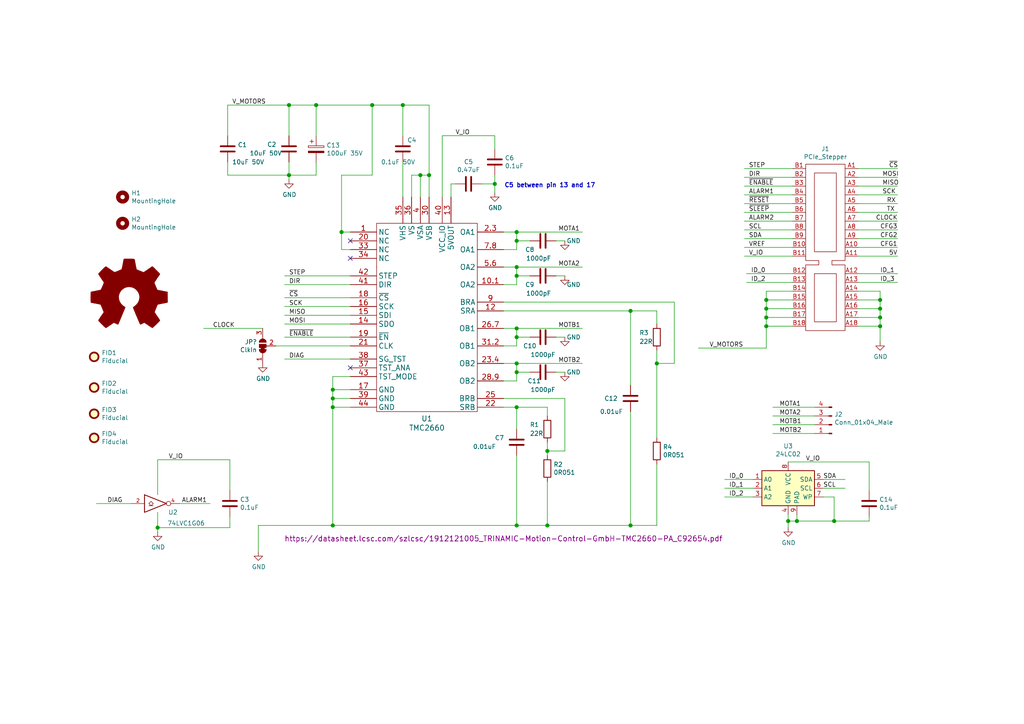
<source format=kicad_sch>
(kicad_sch (version 20210621) (generator eeschema)
  (paper "A4")
  (lib_symbols
    (symbol "24lc02:24LC02"
      (property "Reference" "U" (at -6.35 6.35 0))
      (property "Value" "24LC02" (at 1.27 6.35 0))
      (symbol "24LC02_1_1"
        (rectangle (start -7.62 5.08) (end 7.62 -5.08) (stroke (width 0.254)) (fill (type background)))
        (pin input line (at -10.16 2.54 0) (length 2.54) (name "A0") (number "1"))
        (pin input line (at -10.16 0 0) (length 2.54) (name "A1") (number "2"))
        (pin input line (at -10.16 -2.54 0) (length 2.54) (name "A2") (number "3"))
        (pin power_in line (at 0 -7.62 90) (length 2.54) (name "GND") (number "4"))
        (pin bidirectional line (at 10.16 2.54 180) (length 2.54) (name "SDA") (number "5"))
        (pin input line (at 10.16 0 180) (length 2.54) (name "SCL") (number "6"))
        (pin input line (at 10.16 -2.54 180) (length 2.54) (name "WP") (number "7"))
        (pin power_in line (at 0 7.62 270) (length 2.54) (name "VCC") (number "8"))
        (pin power_in line (at 2.54 -7.62 90) (length 2.54) (name "PAD") (number "9"))
      )
    )
    (symbol "Connector:Conn_01x04_Male" (pin_names hide)
      (property "Reference" "J" (at 0 5.08 0))
      (property "Value" "Conn_01x04_Male" (at 0 -7.62 0))
      (symbol "Conn_01x04_Male_1_1"
        (rectangle (start 0.8636 -4.953) (end 0 -5.207) (fill (type outline)))
        (rectangle (start 0.8636 -2.413) (end 0 -2.667) (fill (type outline)))
        (rectangle (start 0.8636 0.127) (end 0 -0.127) (fill (type outline)))
        (rectangle (start 0.8636 2.667) (end 0 2.413) (fill (type outline)))
        (polyline (pts (xy 1.27 -5.08) (xy 0.8636 -5.08)))
        (polyline (pts (xy 1.27 -2.54) (xy 0.8636 -2.54)))
        (polyline (pts (xy 1.27 0) (xy 0.8636 0)))
        (polyline (pts (xy 1.27 2.54) (xy 0.8636 2.54)))
        (pin passive line (at 5.08 2.54 180) (length 3.81) (name "Pin_1") (number "1"))
        (pin passive line (at 5.08 0 180) (length 3.81) (name "Pin_2") (number "2"))
        (pin passive line (at 5.08 -2.54 180) (length 3.81) (name "Pin_3") (number "3"))
        (pin passive line (at 5.08 -5.08 180) (length 3.81) (name "Pin_4") (number "4"))
      )
    )
    (symbol "Device:C" (pin_numbers hide) (pin_names (offset 0.254))
      (property "Reference" "C" (at 0.635 2.54 0))
      (property "Value" "C" (at 0.635 -2.54 0))
      (symbol "C_0_1"
        (polyline (pts (xy -2.032 -0.762) (xy 2.032 -0.762)) (stroke (width 0.508)))
        (polyline (pts (xy -2.032 0.762) (xy 2.032 0.762)) (stroke (width 0.508)))
      )
      (symbol "C_1_1"
        (pin passive line (at 0 3.81 270) (length 2.794) (name "~") (number "1"))
        (pin passive line (at 0 -3.81 90) (length 2.794) (name "~") (number "2"))
      )
    )
    (symbol "Device:CP" (pin_numbers hide) (pin_names (offset 0.254))
      (property "Reference" "C" (at 0.635 2.54 0))
      (property "Value" "CP" (at 0.635 -2.54 0))
      (symbol "CP_0_1"
        (rectangle (start -2.286 0.508) (end 2.286 1.016))
        (rectangle (start 2.286 -0.508) (end -2.286 -1.016) (fill (type outline)))
        (polyline (pts (xy -1.778 2.286) (xy -0.762 2.286)))
        (polyline (pts (xy -1.27 2.794) (xy -1.27 1.778)))
      )
      (symbol "CP_1_1"
        (pin passive line (at 0 3.81 270) (length 2.794) (name "~") (number "1"))
        (pin passive line (at 0 -3.81 90) (length 2.794) (name "~") (number "2"))
      )
    )
    (symbol "Device:R" (pin_numbers hide) (pin_names (offset 0))
      (property "Reference" "R" (at 2.032 0 90))
      (property "Value" "R" (at 0 0 90))
      (symbol "R_0_1"
        (rectangle (start -1.016 -2.54) (end 1.016 2.54) (stroke (width 0.254)))
      )
      (symbol "R_1_1"
        (pin passive line (at 0 3.81 270) (length 1.27) (name "~") (number "1"))
        (pin passive line (at 0 -3.81 90) (length 1.27) (name "~") (number "2"))
      )
    )
    (symbol "Graphic:Logo_Open_Hardware_Large"
      (symbol "Logo_Open_Hardware_Large_1_1"
        (polyline (pts (xy 6.731 -8.7122) (xy 6.6294 -8.6614) (xy 6.35 -8.4836) (xy 5.9944 -8.255) (xy 5.5372 -7.9502) (xy 5.1054 -7.6454) (xy 4.7498 -7.4168) (xy 4.4958 -7.239) (xy 4.3942 -7.1882) (xy 4.318 -7.2136) (xy 4.1148 -7.3152) (xy 3.81 -7.4676) (xy 3.6322 -7.5692) (xy 3.3528 -7.6708) (xy 3.2258 -7.6962) (xy 3.2004 -7.6708) (xy 3.0988 -7.4676) (xy 2.9464 -7.0866) (xy 2.7178 -6.604) (xy 2.4892 -6.0452) (xy 2.2352 -5.4356) (xy 1.9558 -4.826) (xy 1.7272 -4.2164) (xy 1.4986 -3.683) (xy 1.3208 -3.2512) (xy 1.2192 -2.9464) (xy 1.1684 -2.8194) (xy 1.1938 -2.794) (xy 1.3208 -2.667) (xy 1.5748 -2.4892) (xy 2.0828 -2.0574) (xy 2.6162 -1.397) (xy 2.921 -0.6604) (xy 3.048 0.1524) (xy 2.9464 0.9144) (xy 2.6416 1.6256) (xy 2.1336 2.286) (xy 1.524 2.7686) (xy 0.8128 3.0734) (xy 0 3.175) (xy -0.762 3.0988) (xy -1.4986 2.794) (xy -2.159 2.286) (xy -2.4384 1.9812) (xy -2.8194 1.3208) (xy -3.048 0.6096) (xy -3.0734 0.4318) (xy -3.0226 -0.3556) (xy -2.794 -1.0922) (xy -2.3876 -1.7526) (xy -1.8288 -2.3114) (xy -1.7526 -2.3622) (xy -1.4732 -2.5654) (xy -1.2954 -2.6924) (xy -1.1684 -2.8194) (xy -2.159 -5.207) (xy -2.3114 -5.588) (xy -2.5908 -6.2484) (xy -2.8194 -6.8072) (xy -3.0226 -7.2644) (xy -3.1496 -7.5692) (xy -3.2258 -7.6708) (xy -3.2258 -7.6962) (xy -3.302 -7.6962) (xy -3.4798 -7.6454) (xy -3.8354 -7.4676) (xy -4.0386 -7.366) (xy -4.2926 -7.239) (xy -4.4196 -7.1882) (xy -4.5212 -7.239) (xy -4.7498 -7.3914) (xy -5.1054 -7.6454) (xy -5.5372 -7.9248) (xy -5.9436 -8.2042) (xy -6.3246 -8.4582) (xy -6.604 -8.636) (xy -6.731 -8.7122) (xy -6.7564 -8.7122) (xy -6.858 -8.636) (xy -7.0866 -8.4582) (xy -7.4168 -8.1534) (xy -7.874 -7.6962) (xy -7.9502 -7.62) (xy -8.3312 -7.239) (xy -8.636 -6.9088) (xy -8.8392 -6.6802) (xy -8.9154 -6.5786) (xy -8.9154 -6.5786) (xy -8.8392 -6.4516) (xy -8.6614 -6.1722) (xy -8.4328 -5.7912) (xy -8.128 -5.3594) (xy -7.3152 -4.191) (xy -7.7724 -3.0988) (xy -7.8994 -2.7686) (xy -8.0772 -2.3622) (xy -8.2042 -2.0828) (xy -8.255 -1.9558) (xy -8.382 -1.905) (xy -8.6614 -1.8542) (xy -9.0932 -1.7526) (xy -9.6266 -1.651) (xy -10.1092 -1.5748) (xy -10.541 -1.4732) (xy -10.8712 -1.4224) (xy -11.0236 -1.397) (xy -11.049 -1.3716) (xy -11.0744 -1.2954) (xy -11.0998 -1.143) (xy -11.0998 -0.889) (xy -11.1252 -0.4572) (xy -11.1252 0.1524) (xy -11.1252 0.2286) (xy -11.0998 0.8128) (xy -11.0998 1.27) (xy -11.0744 1.5494) (xy -11.0744 1.6764) (xy -11.0744 1.6764) (xy -10.922 1.7018) (xy -10.6172 1.778) (xy -10.16 1.8542) (xy -9.652 1.9558) (xy -9.6012 1.9812) (xy -9.0932 2.0828) (xy -8.636 2.159) (xy -8.3312 2.2352) (xy -8.2042 2.286) (xy -8.1788 2.3114) (xy -8.0772 2.5146) (xy -7.9248 2.8448) (xy -7.747 3.2512) (xy -7.5692 3.6576) (xy -7.4168 4.0386) (xy -7.3152 4.318) (xy -7.2898 4.445) (xy -7.2898 4.445) (xy -7.366 4.572) (xy -7.5438 4.826) (xy -7.7978 5.207) (xy -8.128 5.6642) (xy -8.128 5.6896) (xy -8.4328 6.1468) (xy -8.6868 6.5278) (xy -8.8392 6.7818) (xy -8.9154 6.9088) (xy -8.9154 6.9088) (xy -8.8138 7.0358) (xy -8.5852 7.2898) (xy -8.255 7.6454) (xy -7.874 8.0264) (xy -7.747 8.1534) (xy -7.3152 8.5852) (xy -7.0104 8.8646) (xy -6.8326 8.9916) (xy -6.731 9.0424) (xy -6.731 9.0424) (xy -6.604 8.9408) (xy -6.3246 8.763) (xy -5.9436 8.509) (xy -5.4864 8.2042) (xy -5.461 8.1788) (xy -5.0038 7.874) (xy -4.6482 7.62) (xy -4.3688 7.4422) (xy -4.2672 7.3914) (xy -4.2418 7.3914) (xy -4.064 7.4422) (xy -3.7338 7.5438) (xy -3.3528 7.6962) (xy -2.9464 7.874) (xy -2.5654 8.0264) (xy -2.286 8.1534) (xy -2.159 8.2296) (xy -2.159 8.2296) (xy -2.1082 8.382) (xy -2.032 8.7122) (xy -1.9304 9.1694) (xy -1.8288 9.7282) (xy -1.8034 9.8044) (xy -1.7018 10.3378) (xy -1.6256 10.7696) (xy -1.5748 11.0744) (xy -1.524 11.2014) (xy -1.4478 11.2268) (xy -1.1938 11.2522) (xy -0.8128 11.2522) (xy -0.3302 11.2522) (xy 0.1524 11.2522) (xy 0.6604 11.2522) (xy 1.0668 11.2268) (xy 1.3716 11.2014) (xy 1.4986 11.176) (xy 1.4986 11.176) (xy 1.5494 11.0236) (xy 1.6256 10.6934) (xy 1.7018 10.2108) (xy 1.8288 9.6774) (xy 1.8288 9.5758) (xy 1.9304 9.0424) (xy 2.032 8.6106) (xy 2.0828 8.3058) (xy 2.1336 8.2042) (xy 2.159 8.1788) (xy 2.3876 8.0772) (xy 2.7432 7.9248) (xy 3.175 7.747) (xy 4.191 7.3406) (xy 5.461 8.2042) (xy 5.5626 8.2804) (xy 6.0198 8.5852) (xy 6.3754 8.8392) (xy 6.6294 8.9916) (xy 6.7564 9.0424) (xy 6.7564 9.0424) (xy 6.8834 8.9408) (xy 7.1374 8.7122) (xy 7.4676 8.382) (xy 7.8486 7.9756) (xy 8.1534 7.6962) (xy 8.4836 7.3406) (xy 8.7122 7.112) (xy 8.8392 6.9596) (xy 8.8646 6.858) (xy 8.8646 6.8072) (xy 8.7884 6.6802) (xy 8.6106 6.4008) (xy 8.3312 6.0198) (xy 8.0264 5.588) (xy 7.7978 5.207) (xy 7.5184 4.8006) (xy 7.3406 4.4958) (xy 7.2898 4.3434) (xy 7.2898 4.2926) (xy 7.3914 4.0386) (xy 7.5184 3.683) (xy 7.7216 3.2258) (xy 8.1534 2.2352) (xy 8.7884 2.1082) (xy 9.1948 2.0574) (xy 9.7536 1.9304) (xy 10.2616 1.8288) (xy 11.0998 1.6764) (xy 11.1252 -1.3208) (xy 10.9982 -1.3716) (xy 10.8712 -1.397) (xy 10.5664 -1.4732) (xy 10.1346 -1.5494) (xy 9.6266 -1.651) (xy 9.1948 -1.7272) (xy 8.7376 -1.8288) (xy 8.4328 -1.8796) (xy 8.2804 -1.905) (xy 8.255 -1.9558) (xy 8.1534 -2.159) (xy 7.9756 -2.5146) (xy 7.8232 -2.921) (xy 7.6454 -3.3274) (xy 7.493 -3.7338) (xy 7.366 -4.0132) (xy 7.3406 -4.191) (xy 7.3914 -4.2926) (xy 7.5692 -4.5466) (xy 7.7978 -4.9276) (xy 8.1026 -5.3594) (xy 8.4074 -5.7912) (xy 8.6614 -6.1722) (xy 8.8138 -6.4262) (xy 8.89 -6.5532) (xy 8.8646 -6.6548) (xy 8.6868 -6.858) (xy 8.3566 -7.1882) (xy 7.874 -7.6708) (xy 7.7978 -7.747) (xy 7.3914 -8.128) (xy 7.0612 -8.4328) (xy 6.8326 -8.636) (xy 6.731 -8.7122)) (fill (type outline)))
      )
    )
    (symbol "Jumper:SolderJumper_3_Bridged12" (pin_names (offset 0) hide)
      (property "Reference" "JP" (at -2.54 -2.54 0))
      (property "Value" "SolderJumper_3_Bridged12" (at 0 2.794 0))
      (symbol "SolderJumper_3_Bridged12_0_1"
        (arc (start -1.016 1.016) (end -1.016 -1.016) (radius (at -1.016 0) (length 1.016) (angles 90.1 -90.1)))
        (arc (start 1.016 -1.016) (end 1.016 1.016) (radius (at 1.016 0) (length 1.016) (angles -89.9 89.9)))
        (arc (start -1.016 1.016) (end -1.016 -1.016) (radius (at -1.016 0) (length 1.016) (angles 90.1 -90.1)) (fill (type outline)))
        (arc (start 1.016 -1.016) (end 1.016 1.016) (radius (at 1.016 0) (length 1.016) (angles -89.9 89.9)) (fill (type outline)))
        (rectangle (start -1.016 0.508) (end -0.508 -0.508) (fill (type outline)))
        (rectangle (start -0.508 1.016) (end 0.508 -1.016) (fill (type outline)))
        (polyline (pts (xy -2.54 0) (xy -2.032 0)))
        (polyline (pts (xy -1.016 1.016) (xy -1.016 -1.016)))
        (polyline (pts (xy 0 -1.27) (xy 0 -1.016)))
        (polyline (pts (xy 1.016 1.016) (xy 1.016 -1.016)))
        (polyline (pts (xy 2.54 0) (xy 2.032 0)))
      )
      (symbol "SolderJumper_3_Bridged12_1_1"
        (pin passive line (at -5.08 0 0) (length 2.54) (name "A") (number "1"))
        (pin input line (at 0 -3.81 90) (length 2.54) (name "C") (number "2"))
        (pin passive line (at 5.08 0 180) (length 2.54) (name "B") (number "3"))
      )
    )
    (symbol "Logic_74xgxx:74LVC1G06"
      (property "Reference" "U" (at -2.54 3.81 0))
      (property "Value" "74LVC1G06" (at 0 -3.81 0))
      (symbol "74LVC1G06_0_1"
        (polyline (pts (xy -2.54 -0.635) (xy -1.27 -0.635)))
        (polyline (pts (xy -3.81 2.54) (xy -3.81 -2.54) (xy 2.54 0) (xy -3.81 2.54)) (stroke (width 0.254)))
        (polyline (pts (xy -1.905 0.635) (xy -2.54 0) (xy -1.905 -0.635) (xy -1.27 0) (xy -1.905 0.635)))
      )
      (symbol "74LVC1G06_1_1"
        (pin input line (at -7.62 0 0) (length 3.81) (name "~") (number "2"))
        (pin power_in line (at 0 -2.54 270) (length 0) hide (name "GND") (number "3"))
        (pin open_collector inverted (at 6.35 0 180) (length 3.81) (name "~") (number "4"))
        (pin power_in line (at 0 2.54 90) (length 0) hide (name "VCC") (number "5"))
      )
    )
    (symbol "Mechanical:Fiducial"
      (property "Reference" "FID" (at 0 5.08 0))
      (property "Value" "Fiducial" (at 0 3.175 0))
      (symbol "Fiducial_0_1"
        (circle (center 0 0) (radius 1.27) (stroke (width 0.508)) (fill (type background)))
      )
    )
    (symbol "Mechanical:MountingHole"
      (property "Reference" "H" (at 0 5.08 0))
      (property "Value" "MountingHole" (at 0 3.175 0))
      (symbol "MountingHole_0_1"
        (circle (center 0 0) (radius 1.27) (stroke (width 1.27)))
      )
    )
    (symbol "power:GND" (power) (pin_names (offset 0))
      (property "Value" "GND" (at 0 -3.81 0))
      (symbol "GND_0_1"
        (polyline (pts (xy 0 0) (xy 0 -1.27) (xy 1.27 -1.27) (xy 0 -2.54) (xy -1.27 -1.27) (xy 0 -1.27)))
      )
      (symbol "GND_1_1"
        (pin power_in line (at 0 0 270) (length 0) hide (name "GND") (number "1"))
      )
    )
    (symbol "stp_conn_v2:PCIe_Stepper"
      (property "Reference" "J" (at 0 12.7 0))
      (property "Value" "PCIe_Stepper" (at 1.27 29.21 0))
      (symbol "PCIe_Stepper_0_1"
        (rectangle (start -2.54 -3.81) (end 3.81 -17.78))
        (rectangle (start -2.54 25.4) (end 3.81 2.54))
        (polyline (pts (xy -5.08 27.94) (xy 6.35 27.94) (xy 6.35 0) (xy 2.54 0) (xy 2.54 -1.27) (xy 6.35 -1.27) (xy 6.35 -20.32) (xy -5.08 -20.32) (xy -5.08 -1.27) (xy -1.27 -1.27) (xy -1.27 0) (xy -5.08 0) (xy -5.08 27.94)))
      )
      (symbol "PCIe_Stepper_1_1"
        (pin unspecified line (at 10.16 26.67 180) (length 3.81) (name "~") (number "A1"))
        (pin unspecified line (at 10.16 3.81 180) (length 3.81) (name "~") (number "A10"))
        (pin unspecified line (at 10.16 1.27 180) (length 3.81) (name "~") (number "A11"))
        (pin unspecified line (at 10.16 -3.81 180) (length 3.81) (name "~") (number "A12"))
        (pin unspecified line (at 10.16 -6.35 180) (length 3.81) (name "~") (number "A13"))
        (pin unspecified line (at 10.16 -8.89 180) (length 3.81) (name "~") (number "A14"))
        (pin unspecified line (at 10.16 -11.43 180) (length 3.81) (name "~") (number "A15"))
        (pin unspecified line (at 10.16 -13.97 180) (length 3.81) (name "~") (number "A16"))
        (pin unspecified line (at 10.16 -16.51 180) (length 3.81) (name "~") (number "A17"))
        (pin unspecified line (at 10.16 -19.05 180) (length 3.81) (name "~") (number "A18"))
        (pin unspecified line (at 10.16 24.13 180) (length 3.81) (name "~") (number "A2"))
        (pin unspecified line (at 10.16 21.59 180) (length 3.81) (name "~") (number "A3"))
        (pin unspecified line (at 10.16 19.05 180) (length 3.81) (name "~") (number "A4"))
        (pin unspecified line (at 10.16 16.51 180) (length 3.81) (name "~") (number "A5"))
        (pin unspecified line (at 10.16 13.97 180) (length 3.81) (name "~") (number "A6"))
        (pin unspecified line (at 10.16 11.43 180) (length 3.81) (name "~") (number "A7"))
        (pin unspecified line (at 10.16 8.89 180) (length 3.81) (name "~") (number "A8"))
        (pin unspecified line (at 10.16 6.35 180) (length 3.81) (name "~") (number "A9"))
        (pin unspecified line (at -8.89 26.67 0) (length 3.81) (name "~") (number "B1"))
        (pin unspecified line (at -8.89 3.81 0) (length 3.81) (name "~") (number "B10"))
        (pin unspecified line (at -8.89 1.27 0) (length 3.81) (name "~") (number "B11"))
        (pin unspecified line (at -8.89 -3.81 0) (length 3.81) (name "~") (number "B12"))
        (pin unspecified line (at -8.89 -6.35 0) (length 3.81) (name "~") (number "B13"))
        (pin unspecified line (at -8.89 -8.89 0) (length 3.81) (name "~") (number "B14"))
        (pin unspecified line (at -8.89 -11.43 0) (length 3.81) (name "~") (number "B15"))
        (pin unspecified line (at -8.89 -13.97 0) (length 3.81) (name "~") (number "B16"))
        (pin unspecified line (at -8.89 -16.51 0) (length 3.81) (name "~") (number "B17"))
        (pin unspecified line (at -8.89 -19.05 0) (length 3.81) (name "~") (number "B18"))
        (pin unspecified line (at -8.89 24.13 0) (length 3.81) (name "~") (number "B2"))
        (pin unspecified line (at -8.89 21.59 0) (length 3.81) (name "~") (number "B3"))
        (pin unspecified line (at -8.89 19.05 0) (length 3.81) (name "~") (number "B4"))
        (pin unspecified line (at -8.89 16.51 0) (length 3.81) (name "~") (number "B5"))
        (pin unspecified line (at -8.89 13.97 0) (length 3.81) (name "~") (number "B6"))
        (pin unspecified line (at -8.89 11.43 0) (length 3.81) (name "~") (number "B7"))
        (pin unspecified line (at -8.89 8.89 0) (length 3.81) (name "~") (number "B8"))
        (pin unspecified line (at -8.89 6.35 0) (length 3.81) (name "~") (number "B9"))
      )
    )
    (symbol "tmc2660:TMC2660"
      (property "Reference" "U" (at 0 8.89 0))
      (property "Value" "TMC2660" (at 0 -6.35 0))
      (symbol "TMC2660_0_1"
        (rectangle (start -15.24 15.24) (end -15.24 15.24))
        (rectangle (start -15.24 27.94) (end 13.97 -26.67))
      )
      (symbol "TMC2660_1_1"
        (pin passive line (at -22.86 25.4 0) (length 7.62) (name "NC") (number "1"))
        (pin open_emitter line (at 21.59 10.16 180) (length 7.62) (name "OA2") (number "10.1"))
        (pin input line (at 21.59 2.54 180) (length 7.62) (name "SRA") (number "12"))
        (pin power_out line (at 6.35 35.56 270) (length 7.62) (name "5VOUT") (number "13"))
        (pin tri_state line (at -22.86 -1.27 0) (length 7.62) (name "SDO") (number "14"))
        (pin input line (at -22.86 1.27 0) (length 7.62) (name "SDI") (number "15"))
        (pin input line (at -22.86 3.81 0) (length 7.62) (name "SCK") (number "16"))
        (pin power_in line (at -22.86 -20.32 0) (length 7.62) (name "GND") (number "17"))
        (pin input line (at -22.86 6.35 0) (length 7.62) (name "~{CS}") (number "18"))
        (pin input line (at -22.86 -5.08 0) (length 7.62) (name "~{EN}") (number "19"))
        (pin open_emitter line (at 21.59 25.4 180) (length 7.62) (name "OA1") (number "2.3"))
        (pin passive line (at -22.86 22.86 0) (length 7.62) (name "NC") (number "20"))
        (pin input line (at -22.86 -7.62 0) (length 7.62) (name "CLK") (number "21"))
        (pin input line (at 21.59 -25.4 180) (length 7.62) (name "SRB") (number "22"))
        (pin open_emitter line (at 21.59 -12.7 180) (length 7.62) (name "OB2") (number "23.4"))
        (pin input line (at 21.59 -22.86 180) (length 7.62) (name "BRB") (number "25"))
        (pin open_emitter line (at 21.59 -2.54 180) (length 7.62) (name "OB1") (number "26.7"))
        (pin open_emitter line (at 21.59 -17.78 180) (length 7.62) (name "OB2") (number "28.9"))
        (pin power_in line (at 0 35.56 270) (length 7.62) (name "VSB") (number "30"))
        (pin open_emitter line (at 21.59 -7.62 180) (length 7.62) (name "OB1") (number "31.2"))
        (pin passive line (at -22.86 20.32 0) (length 7.62) (name "NC") (number "33"))
        (pin passive line (at -22.86 17.78 0) (length 7.62) (name "NC") (number "34"))
        (pin power_out line (at -7.62 35.56 270) (length 7.62) (name "VHS") (number "35"))
        (pin power_in line (at -5.08 35.56 270) (length 7.62) (name "VS") (number "36"))
        (pin input line (at -22.86 -13.97 0) (length 7.62) (name "TST_ANA") (number "37"))
        (pin output line (at -22.86 -11.43 0) (length 7.62) (name "SG_TST") (number "38"))
        (pin power_in line (at -22.86 -22.86 0) (length 7.62) (name "GND") (number "39"))
        (pin power_in line (at -2.54 35.56 270) (length 7.62) (name "VSA") (number "4"))
        (pin power_in line (at 3.81 35.56 270) (length 7.62) (name "VCC_IO") (number "40"))
        (pin input line (at -22.86 10.16 0) (length 7.62) (name "DIR") (number "41"))
        (pin input line (at -22.86 12.7 0) (length 7.62) (name "STEP") (number "42"))
        (pin input line (at -22.86 -16.51 0) (length 7.62) (name "TST_MODE") (number "43"))
        (pin power_in line (at -22.86 -25.4 0) (length 7.62) (name "GND") (number "44"))
        (pin open_emitter line (at 21.59 15.24 180) (length 7.62) (name "OA2") (number "5.6"))
        (pin open_emitter line (at 21.59 20.32 180) (length 7.62) (name "OA1") (number "7.8"))
        (pin input line (at 21.59 5.08 180) (length 7.62) (name "BRA") (number "9"))
      )
    )
  )
  (junction (at 45.72 153.035) (diameter 1.016))
  (junction (at 83.82 30.48) (diameter 1.016))
  (junction (at 83.82 50.8) (diameter 1.016))
  (junction (at 91.694 30.48) (diameter 1.016))
  (junction (at 96.52 113.03) (diameter 1.016))
  (junction (at 96.52 115.57) (diameter 1.016))
  (junction (at 96.52 118.11) (diameter 1.016))
  (junction (at 96.52 152.4) (diameter 1.016))
  (junction (at 99.06 67.31) (diameter 1.016))
  (junction (at 107.95 30.48) (diameter 1.016))
  (junction (at 116.84 30.48) (diameter 1.016))
  (junction (at 121.92 50.8) (diameter 1.016))
  (junction (at 124.46 50.8) (diameter 1.016))
  (junction (at 143.51 53.34) (diameter 1.016))
  (junction (at 149.86 67.31) (diameter 1.016))
  (junction (at 149.86 69.85) (diameter 1.016))
  (junction (at 149.86 77.47) (diameter 1.016))
  (junction (at 149.86 80.01) (diameter 1.016))
  (junction (at 149.86 95.25) (diameter 1.016))
  (junction (at 149.86 97.79) (diameter 1.016))
  (junction (at 149.86 105.41) (diameter 1.016))
  (junction (at 149.86 107.95) (diameter 1.016))
  (junction (at 149.86 118.11) (diameter 1.016))
  (junction (at 149.86 152.4) (diameter 1.016))
  (junction (at 158.75 130.81) (diameter 1.016))
  (junction (at 158.75 152.4) (diameter 1.016))
  (junction (at 182.88 90.17) (diameter 1.016))
  (junction (at 182.88 152.4) (diameter 1.016))
  (junction (at 190.5 105.41) (diameter 1.016))
  (junction (at 222.25 86.995) (diameter 1.016))
  (junction (at 222.25 89.535) (diameter 1.016))
  (junction (at 222.25 92.075) (diameter 1.016))
  (junction (at 222.25 94.615) (diameter 1.016))
  (junction (at 228.6 151.13) (diameter 1.016))
  (junction (at 231.14 151.13) (diameter 1.016))
  (junction (at 241.935 151.13) (diameter 1.016))
  (junction (at 255.27 86.995) (diameter 1.016))
  (junction (at 255.27 89.535) (diameter 1.016))
  (junction (at 255.27 92.075) (diameter 1.016))
  (junction (at 255.27 94.615) (diameter 1.016))
  (no_connect (at 101.6 69.85))
  (no_connect (at 101.6 74.93))
  (no_connect (at 101.6 106.68))
  (wire (pts (xy 27.94 146.05) (xy 38.1 146.05)))
  (wire (pts (xy 45.72 133.35) (xy 45.72 143.51)))
  (wire (pts (xy 45.72 133.35) (xy 66.675 133.35)))
  (wire (pts (xy 45.72 148.59) (xy 45.72 153.035)))
  (wire (pts (xy 45.72 153.035) (xy 45.72 154.305)))
  (wire (pts (xy 52.07 146.05) (xy 60.96 146.05)))
  (wire (pts (xy 59.055 95.25) (xy 76.2 95.25)))
  (wire (pts (xy 66.04 39.37) (xy 66.04 30.48)))
  (wire (pts (xy 66.04 46.99) (xy 66.04 50.8)))
  (wire (pts (xy 66.04 50.8) (xy 83.82 50.8)))
  (wire (pts (xy 66.675 142.24) (xy 66.675 133.35)))
  (wire (pts (xy 66.675 149.86) (xy 66.675 153.035)))
  (wire (pts (xy 66.675 153.035) (xy 45.72 153.035)))
  (wire (pts (xy 74.93 152.4) (xy 96.52 152.4)))
  (wire (pts (xy 74.93 160.02) (xy 74.93 152.4)))
  (wire (pts (xy 80.01 100.33) (xy 101.6 100.33)))
  (wire (pts (xy 82.55 80.01) (xy 101.6 80.01)))
  (wire (pts (xy 82.55 86.36) (xy 101.6 86.36)))
  (wire (pts (xy 82.55 91.44) (xy 101.6 91.44)))
  (wire (pts (xy 82.55 97.79) (xy 101.6 97.79)))
  (wire (pts (xy 83.82 30.48) (xy 66.04 30.48)))
  (wire (pts (xy 83.82 30.48) (xy 91.694 30.48)))
  (wire (pts (xy 83.82 39.37) (xy 83.82 30.48)))
  (wire (pts (xy 83.82 46.99) (xy 83.82 50.8)))
  (wire (pts (xy 83.82 50.8) (xy 83.82 52.07)))
  (wire (pts (xy 91.694 30.48) (xy 107.95 30.48)))
  (wire (pts (xy 91.694 39.497) (xy 91.694 30.48)))
  (wire (pts (xy 91.694 47.117) (xy 91.694 50.8)))
  (wire (pts (xy 91.694 50.8) (xy 83.82 50.8)))
  (wire (pts (xy 96.52 109.22) (xy 96.52 113.03)))
  (wire (pts (xy 96.52 113.03) (xy 96.52 115.57)))
  (wire (pts (xy 96.52 115.57) (xy 96.52 118.11)))
  (wire (pts (xy 96.52 118.11) (xy 96.52 152.4)))
  (wire (pts (xy 96.52 152.4) (xy 149.86 152.4)))
  (wire (pts (xy 99.06 50.8) (xy 107.95 50.8)))
  (wire (pts (xy 99.06 67.31) (xy 99.06 50.8)))
  (wire (pts (xy 99.06 67.31) (xy 101.6 67.31)))
  (wire (pts (xy 99.06 72.39) (xy 99.06 67.31)))
  (wire (pts (xy 101.6 72.39) (xy 99.06 72.39)))
  (wire (pts (xy 101.6 82.55) (xy 82.55 82.55)))
  (wire (pts (xy 101.6 88.9) (xy 82.55 88.9)))
  (wire (pts (xy 101.6 93.98) (xy 82.55 93.98)))
  (wire (pts (xy 101.6 104.14) (xy 82.55 104.14)))
  (wire (pts (xy 101.6 109.22) (xy 96.52 109.22)))
  (wire (pts (xy 101.6 113.03) (xy 96.52 113.03)))
  (wire (pts (xy 101.6 115.57) (xy 96.52 115.57)))
  (wire (pts (xy 101.6 118.11) (xy 96.52 118.11)))
  (wire (pts (xy 107.95 30.48) (xy 116.84 30.48)))
  (wire (pts (xy 107.95 50.8) (xy 107.95 30.48)))
  (wire (pts (xy 116.84 39.37) (xy 116.84 30.48)))
  (wire (pts (xy 116.84 46.99) (xy 116.84 57.15)))
  (wire (pts (xy 119.38 50.8) (xy 121.92 50.8)))
  (wire (pts (xy 119.38 57.15) (xy 119.38 50.8)))
  (wire (pts (xy 121.92 50.8) (xy 124.46 50.8)))
  (wire (pts (xy 121.92 57.15) (xy 121.92 50.8)))
  (wire (pts (xy 124.46 30.48) (xy 116.84 30.48)))
  (wire (pts (xy 124.46 50.8) (xy 124.46 30.48)))
  (wire (pts (xy 124.46 57.15) (xy 124.46 50.8)))
  (wire (pts (xy 128.27 57.15) (xy 128.27 39.37)))
  (wire (pts (xy 130.81 53.34) (xy 130.81 57.15)))
  (wire (pts (xy 132.08 53.34) (xy 130.81 53.34)))
  (wire (pts (xy 139.7 53.34) (xy 143.51 53.34)))
  (wire (pts (xy 143.51 39.37) (xy 128.27 39.37)))
  (wire (pts (xy 143.51 43.18) (xy 143.51 39.37)))
  (wire (pts (xy 143.51 53.34) (xy 143.51 50.8)))
  (wire (pts (xy 143.51 55.88) (xy 143.51 53.34)))
  (wire (pts (xy 146.05 72.39) (xy 149.86 72.39)))
  (wire (pts (xy 146.05 77.47) (xy 149.86 77.47)))
  (wire (pts (xy 146.05 87.63) (xy 195.58 87.63)))
  (wire (pts (xy 146.05 90.17) (xy 182.88 90.17)))
  (wire (pts (xy 146.05 95.25) (xy 149.86 95.25)))
  (wire (pts (xy 146.05 110.49) (xy 149.86 110.49)))
  (wire (pts (xy 146.05 115.57) (xy 163.83 115.57)))
  (wire (pts (xy 146.05 118.11) (xy 149.86 118.11)))
  (wire (pts (xy 149.86 67.31) (xy 146.05 67.31)))
  (wire (pts (xy 149.86 67.31) (xy 168.91 67.31)))
  (wire (pts (xy 149.86 69.85) (xy 149.86 67.31)))
  (wire (pts (xy 149.86 72.39) (xy 149.86 69.85)))
  (wire (pts (xy 149.86 77.47) (xy 149.86 80.01)))
  (wire (pts (xy 149.86 77.47) (xy 168.91 77.47)))
  (wire (pts (xy 149.86 80.01) (xy 149.86 82.55)))
  (wire (pts (xy 149.86 82.55) (xy 146.05 82.55)))
  (wire (pts (xy 149.86 95.25) (xy 149.86 97.79)))
  (wire (pts (xy 149.86 95.25) (xy 168.91 95.25)))
  (wire (pts (xy 149.86 97.79) (xy 149.86 100.33)))
  (wire (pts (xy 149.86 100.33) (xy 146.05 100.33)))
  (wire (pts (xy 149.86 105.41) (xy 146.05 105.41)))
  (wire (pts (xy 149.86 105.41) (xy 168.91 105.41)))
  (wire (pts (xy 149.86 107.95) (xy 149.86 105.41)))
  (wire (pts (xy 149.86 110.49) (xy 149.86 107.95)))
  (wire (pts (xy 149.86 118.11) (xy 149.86 124.46)))
  (wire (pts (xy 149.86 132.08) (xy 149.86 152.4)))
  (wire (pts (xy 149.86 152.4) (xy 158.75 152.4)))
  (wire (pts (xy 153.67 69.85) (xy 149.86 69.85)))
  (wire (pts (xy 153.67 80.01) (xy 149.86 80.01)))
  (wire (pts (xy 153.67 97.79) (xy 149.86 97.79)))
  (wire (pts (xy 153.67 107.95) (xy 149.86 107.95)))
  (wire (pts (xy 158.75 118.11) (xy 149.86 118.11)))
  (wire (pts (xy 158.75 120.65) (xy 158.75 118.11)))
  (wire (pts (xy 158.75 128.27) (xy 158.75 130.81)))
  (wire (pts (xy 158.75 130.81) (xy 158.75 132.08)))
  (wire (pts (xy 158.75 139.7) (xy 158.75 152.4)))
  (wire (pts (xy 158.75 152.4) (xy 182.88 152.4)))
  (wire (pts (xy 161.29 69.85) (xy 163.83 69.85)))
  (wire (pts (xy 161.29 80.01) (xy 163.83 80.01)))
  (wire (pts (xy 161.29 97.79) (xy 163.83 97.79)))
  (wire (pts (xy 161.29 107.95) (xy 163.83 107.95)))
  (wire (pts (xy 163.83 115.57) (xy 163.83 130.81)))
  (wire (pts (xy 163.83 130.81) (xy 158.75 130.81)))
  (wire (pts (xy 182.88 90.17) (xy 182.88 111.76)))
  (wire (pts (xy 182.88 119.38) (xy 182.88 152.4)))
  (wire (pts (xy 182.88 152.4) (xy 190.5 152.4)))
  (wire (pts (xy 190.5 90.17) (xy 182.88 90.17)))
  (wire (pts (xy 190.5 93.98) (xy 190.5 90.17)))
  (wire (pts (xy 190.5 101.6) (xy 190.5 105.41)))
  (wire (pts (xy 190.5 105.41) (xy 190.5 127)))
  (wire (pts (xy 190.5 134.62) (xy 190.5 152.4)))
  (wire (pts (xy 195.58 87.63) (xy 195.58 105.41)))
  (wire (pts (xy 195.58 105.41) (xy 190.5 105.41)))
  (wire (pts (xy 218.44 139.065) (xy 210.185 139.065)))
  (wire (pts (xy 218.44 141.605) (xy 210.185 141.605)))
  (wire (pts (xy 218.44 144.145) (xy 210.185 144.145)))
  (wire (pts (xy 222.25 84.455) (xy 222.25 86.995)))
  (wire (pts (xy 222.25 86.995) (xy 222.25 89.535)))
  (wire (pts (xy 222.25 89.535) (xy 222.25 92.075)))
  (wire (pts (xy 222.25 92.075) (xy 222.25 94.615)))
  (wire (pts (xy 222.25 94.615) (xy 222.25 100.965)))
  (wire (pts (xy 222.25 100.965) (xy 202.565 100.965)))
  (wire (pts (xy 228.6 151.13) (xy 228.6 149.225)))
  (wire (pts (xy 228.6 153.035) (xy 228.6 151.13)))
  (wire (pts (xy 229.87 48.895) (xy 215.9 48.895)))
  (wire (pts (xy 229.87 51.435) (xy 215.9 51.435)))
  (wire (pts (xy 229.87 53.975) (xy 215.9 53.975)))
  (wire (pts (xy 229.87 56.515) (xy 215.9 56.515)))
  (wire (pts (xy 229.87 59.055) (xy 215.9 59.055)))
  (wire (pts (xy 229.87 61.595) (xy 215.9 61.595)))
  (wire (pts (xy 229.87 64.135) (xy 215.9 64.135)))
  (wire (pts (xy 229.87 66.675) (xy 215.9 66.675)))
  (wire (pts (xy 229.87 69.215) (xy 215.9 69.215)))
  (wire (pts (xy 229.87 71.755) (xy 215.9 71.755)))
  (wire (pts (xy 229.87 74.295) (xy 215.9 74.295)))
  (wire (pts (xy 229.87 79.375) (xy 216.535 79.375)))
  (wire (pts (xy 229.87 81.915) (xy 216.535 81.915)))
  (wire (pts (xy 229.87 84.455) (xy 222.25 84.455)))
  (wire (pts (xy 229.87 86.995) (xy 222.25 86.995)))
  (wire (pts (xy 229.87 89.535) (xy 222.25 89.535)))
  (wire (pts (xy 229.87 92.075) (xy 222.25 92.075)))
  (wire (pts (xy 229.87 94.615) (xy 222.25 94.615)))
  (wire (pts (xy 231.14 149.225) (xy 231.14 151.13)))
  (wire (pts (xy 231.14 151.13) (xy 228.6 151.13)))
  (wire (pts (xy 236.22 118.11) (xy 224.155 118.11)))
  (wire (pts (xy 236.22 120.65) (xy 224.155 120.65)))
  (wire (pts (xy 236.22 123.19) (xy 224.155 123.19)))
  (wire (pts (xy 236.22 125.73) (xy 224.155 125.73)))
  (wire (pts (xy 238.76 139.065) (xy 245.11 139.065)))
  (wire (pts (xy 238.76 141.605) (xy 245.11 141.605)))
  (wire (pts (xy 238.76 144.145) (xy 241.935 144.145)))
  (wire (pts (xy 241.935 144.145) (xy 241.935 151.13)))
  (wire (pts (xy 241.935 151.13) (xy 231.14 151.13)))
  (wire (pts (xy 248.92 48.895) (xy 260.35 48.895)))
  (wire (pts (xy 248.92 51.435) (xy 260.35 51.435)))
  (wire (pts (xy 248.92 53.975) (xy 260.35 53.975)))
  (wire (pts (xy 248.92 56.515) (xy 260.35 56.515)))
  (wire (pts (xy 248.92 59.055) (xy 260.35 59.055)))
  (wire (pts (xy 248.92 61.595) (xy 260.35 61.595)))
  (wire (pts (xy 248.92 64.135) (xy 260.35 64.135)))
  (wire (pts (xy 248.92 66.675) (xy 260.35 66.675)))
  (wire (pts (xy 248.92 69.215) (xy 260.35 69.215)))
  (wire (pts (xy 248.92 71.755) (xy 260.35 71.755)))
  (wire (pts (xy 248.92 74.295) (xy 260.35 74.295)))
  (wire (pts (xy 248.92 79.375) (xy 260.35 79.375)))
  (wire (pts (xy 248.92 81.915) (xy 260.35 81.915)))
  (wire (pts (xy 248.92 84.455) (xy 255.27 84.455)))
  (wire (pts (xy 248.92 86.995) (xy 255.27 86.995)))
  (wire (pts (xy 248.92 89.535) (xy 255.27 89.535)))
  (wire (pts (xy 248.92 92.075) (xy 255.27 92.075)))
  (wire (pts (xy 248.92 94.615) (xy 255.27 94.615)))
  (wire (pts (xy 252.095 133.985) (xy 228.6 133.985)))
  (wire (pts (xy 252.095 133.985) (xy 252.095 142.24)))
  (wire (pts (xy 252.095 149.86) (xy 252.095 151.13)))
  (wire (pts (xy 252.095 151.13) (xy 241.935 151.13)))
  (wire (pts (xy 255.27 84.455) (xy 255.27 86.995)))
  (wire (pts (xy 255.27 86.995) (xy 255.27 89.535)))
  (wire (pts (xy 255.27 89.535) (xy 255.27 92.075)))
  (wire (pts (xy 255.27 92.075) (xy 255.27 94.615)))
  (wire (pts (xy 255.27 94.615) (xy 255.27 99.06)))
  (text "C5 between pin 13 and 17" (at 172.72 54.61 180) (effects (font (size 1.27 1.27) (thickness 0.254) bold) (justify right bottom)))
  (label "DIAG" (at 31.115 146.05 0))
  (label "V_IO" (at 48.895 133.35 0))
  (label "ALARM1" (at 52.705 146.05 0))
  (label "CLOCK" (at 61.722 95.25 0))
  (label "V_MOTORS" (at 67.31 30.48 0))
  (label "STEP" (at 83.82 80.01 0))
  (label "DIR" (at 83.82 82.55 0))
  (label "~{CS}" (at 83.82 86.36 0))
  (label "SCK" (at 83.82 88.9 0))
  (label "MISO" (at 83.82 91.44 0))
  (label "MOSI" (at 83.82 93.98 0))
  (label "~{ENABLE}" (at 83.82 97.79 0))
  (label "DIAG" (at 83.82 104.14 0))
  (label "V_IO" (at 132.08 39.37 0))
  (label "MOTA1" (at 161.925 67.31 0))
  (label "MOTA2" (at 161.925 77.47 0))
  (label "MOTB1" (at 161.925 95.25 0))
  (label "MOTB2" (at 161.925 105.41 0))
  (label "V_MOTORS" (at 205.74 100.965 0))
  (label "ID_0" (at 211.455 139.065 0))
  (label "ID_1" (at 211.455 141.605 0))
  (label "ID_2" (at 211.455 144.145 0))
  (label "STEP" (at 217.17 48.895 0))
  (label "DIR" (at 217.17 51.435 0))
  (label "~{ENABLE}" (at 217.17 53.975 0))
  (label "ALARM1" (at 217.17 56.515 0))
  (label "~{RESET}" (at 217.17 59.055 0))
  (label "~{SLEEP}" (at 217.17 61.595 0))
  (label "ALARM2" (at 217.17 64.135 0))
  (label "SCL" (at 217.17 66.675 0))
  (label "SDA" (at 217.17 69.215 0))
  (label "VREF" (at 217.17 71.755 0))
  (label "V_IO" (at 217.17 74.295 0))
  (label "ID_0" (at 217.805 79.375 0))
  (label "ID_2" (at 217.805 81.915 0))
  (label "MOTA1" (at 226.06 118.11 0))
  (label "MOTA2" (at 226.06 120.65 0))
  (label "MOTB1" (at 226.06 123.19 0))
  (label "MOTB2" (at 226.06 125.73 0))
  (label "V_IO" (at 233.68 133.985 0))
  (label "SDA" (at 238.76 139.065 0))
  (label "SCL" (at 238.76 141.605 0))
  (label "CLOCK" (at 254 64.135 0))
  (label "CFG3" (at 255.27 66.675 0))
  (label "CFG2" (at 255.27 69.215 0))
  (label "CFG1" (at 255.27 71.755 0))
  (label "ID_1" (at 255.27 79.375 0))
  (label "ID_3" (at 255.27 81.915 0))
  (label "MOSI" (at 255.905 51.435 0))
  (label "MISO" (at 255.905 53.975 0))
  (label "SCK" (at 255.905 56.515 0))
  (label "RX" (at 257.175 59.055 0))
  (label "TX" (at 257.175 61.595 0))
  (label "~{CS}" (at 257.81 48.895 0))
  (label "5V" (at 257.81 74.295 0))
  (symbol (lib_id "power:GND") (at 45.72 154.305 0) (unit 1)
    (property "Reference" "#PWR09" (effects hide))
    (property "Value" "GND" (at 45.847 158.6992 0))
  )
  (symbol (lib_id "power:GND") (at 74.93 160.02 0) (unit 1)
    (property "Reference" "#PWR01" (effects hide))
    (property "Value" "GND" (at 75.057 164.4142 0))
  )
  (symbol (lib_id "power:GND") (at 76.2 105.41 0) (unit 1)
    (property "Reference" "#PWR?" (effects hide))
    (property "Value" "GND" (at 76.327 109.8042 0))
  )
  (symbol (lib_id "power:GND") (at 83.82 52.07 0) (unit 1)
    (property "Reference" "#PWR02" (effects hide))
    (property "Value" "GND" (at 83.947 56.4642 0))
  )
  (symbol (lib_id "power:GND") (at 143.51 55.88 0) (unit 1)
    (property "Reference" "#PWR03" (effects hide))
    (property "Value" "GND" (at 143.637 60.2742 0))
  )
  (symbol (lib_id "power:GND") (at 163.83 69.85 0) (unit 1)
    (property "Reference" "#PWR04" (effects hide))
    (property "Value" "GND" (at 166.37 69.85 0))
  )
  (symbol (lib_id "power:GND") (at 163.83 80.01 0) (unit 1)
    (property "Reference" "#PWR05" (effects hide))
    (property "Value" "GND" (at 166.37 82.55 0))
  )
  (symbol (lib_id "power:GND") (at 163.83 97.79 0) (unit 1)
    (property "Reference" "#PWR06" (effects hide))
    (property "Value" "GND" (at 166.37 97.79 0))
  )
  (symbol (lib_id "power:GND") (at 163.83 107.95 0) (unit 1)
    (property "Reference" "#PWR07" (effects hide))
    (property "Value" "GND" (at 166.37 107.95 0))
  )
  (symbol (lib_id "power:GND") (at 228.6 153.035 0) (unit 1)
    (property "Reference" "#PWR0101" (effects hide))
    (property "Value" "GND" (at 228.727 157.4292 0))
  )
  (symbol (lib_id "power:GND") (at 255.27 99.06 0) (unit 1)
    (property "Reference" "#PWR08" (effects hide))
    (property "Value" "GND" (at 255.397 103.4542 0))
  )
  (symbol (lib_id "Mechanical:Fiducial") (at 27.305 103.505 0) (unit 1) (in_bom no)
    (property "Reference" "FID1" (at 29.464 102.3366 0) (effects (justify left)))
    (property "Value" "Fiducial" (at 29.464 104.648 0) (effects (justify left)))
    (property "Footprint" "PrntrBoardV2:Fiducial_1mm_Dia_2.54mm_Outer_CopperTop" (effects hide))
  )
  (symbol (lib_id "Mechanical:Fiducial") (at 27.305 112.395 0) (unit 1) (in_bom no)
    (property "Reference" "FID2" (at 29.464 111.2266 0) (effects (justify left)))
    (property "Value" "Fiducial" (at 29.464 113.538 0) (effects (justify left)))
    (property "Footprint" "PrntrBoardV2:Fiducial_1mm_Dia_2.54mm_Outer_CopperTop" (effects hide))
  )
  (symbol (lib_id "Mechanical:Fiducial") (at 27.305 120.015 0) (unit 1) (in_bom no)
    (property "Reference" "FID3" (at 29.464 118.8466 0) (effects (justify left)))
    (property "Value" "Fiducial" (at 29.464 121.158 0) (effects (justify left)))
    (property "Footprint" "PrntrBoardV2:Fiducial_1mm_Dia_2.54mm_Outer_CopperTop" (effects hide))
  )
  (symbol (lib_id "Mechanical:Fiducial") (at 27.305 127 0) (unit 1) (in_bom no)
    (property "Reference" "FID4" (at 29.464 125.8316 0) (effects (justify left)))
    (property "Value" "Fiducial" (at 29.464 128.143 0) (effects (justify left)))
    (property "Footprint" "PrntrBoardV2:Fiducial_1mm_Dia_2.54mm_Outer_CopperTop" (effects hide))
  )
  (symbol (lib_id "Mechanical:MountingHole") (at 35.56 57.15 0) (unit 1) (in_bom no)
    (property "Reference" "H1" (at 38.1 55.9816 0) (effects (justify left)))
    (property "Value" "MountingHole" (at 38.1 58.293 0) (effects (justify left)))
    (property "Footprint" "MountingHole:MountingHole_2.7mm_M2.5" (effects hide))
  )
  (symbol (lib_id "Mechanical:MountingHole") (at 35.56 64.77 0) (unit 1) (in_bom no)
    (property "Reference" "H2" (at 38.1 63.6016 0) (effects (justify left)))
    (property "Value" "MountingHole" (at 38.1 65.913 0) (effects (justify left)))
    (property "Footprint" "MountingHole:MountingHole_2.7mm_M2.5" (effects hide))
  )
  (symbol (lib_id "Device:R") (at 158.75 124.46 0) (unit 1)
    (property "Reference" "R1" (at 153.67 123.19 0) (effects (justify left)))
    (property "Value" "22R" (at 153.67 125.73 0) (effects (justify left)))
    (property "Footprint" "PrntrBoardV2:R_0603_1608Metric" (effects hide))
    (property "Part #" "0603WAF220JT5E" (effects hide))
    (property "LCSC Part #" "C23345" (effects hide))
  )
  (symbol (lib_id "Device:R") (at 158.75 135.89 0) (unit 1)
    (property "Reference" "R2" (at 160.528 134.7216 0) (effects (justify left)))
    (property "Value" "0R051" (at 160.528 137.033 0) (effects (justify left)))
    (property "Footprint" "Resistor_SMD:R_2512_6332Metric" (effects hide))
    (property "Datasheet" "https://datasheet.lcsc.com/szlcsc/Uniroyal-Elec-CS121WF510MT4E_C270949.pdf" (effects hide))
    (property "LCSC Part #" "C270949" (effects hide))
    (property "Part #" "CS121WF510MT4E" (effects hide))
  )
  (symbol (lib_id "Device:R") (at 190.5 97.79 0) (unit 1)
    (property "Reference" "R3" (at 185.42 96.52 0) (effects (justify left)))
    (property "Value" "22R" (at 185.42 99.06 0) (effects (justify left)))
    (property "Footprint" "PrntrBoardV2:R_0603_1608Metric" (effects hide))
    (property "Part #" "0603WAF220JT5E" (effects hide))
    (property "LCSC Part #" "C23345" (effects hide))
  )
  (symbol (lib_id "Device:R") (at 190.5 130.81 0) (unit 1)
    (property "Reference" "R4" (at 192.278 129.6416 0) (effects (justify left)))
    (property "Value" "0R051" (at 192.278 131.953 0) (effects (justify left)))
    (property "Footprint" "Resistor_SMD:R_2512_6332Metric" (effects hide))
    (property "Datasheet" "https://datasheet.lcsc.com/szlcsc/Uniroyal-Elec-CS121WF510MT4E_C270949.pdf" (effects hide))
    (property "LCSC Part #" "C270949" (effects hide))
    (property "Part #" "CS121WF510MT4E" (effects hide))
  )
  (symbol (lib_id "Device:C") (at 66.04 43.18 0) (unit 1)
    (property "Reference" "C1" (at 68.961 42.0116 0) (effects (justify left)))
    (property "Value" "10uF 50V" (at 67.31 46.99 0) (effects (justify left)))
    (property "Footprint" "PrntrBoardV2:C_1206_3216Metric" (effects hide))
    (property "Part #" "CL31A106KBHNNNE" (effects hide))
    (property "LCSC Part #" "C13585" (effects hide))
  )
  (symbol (lib_id "Device:C") (at 66.675 146.05 0) (unit 1)
    (property "Reference" "C3" (at 69.596 144.8816 0) (effects (justify left)))
    (property "Value" "0.1uF" (at 69.596 147.193 0) (effects (justify left)))
    (property "Footprint" "PrntrBoardV2:C_0603_1608Metric" (effects hide))
    (property "Part #" "CC0603KRX7R9BB104" (effects hide))
    (property "LCSC Part #" "C14663" (effects hide))
  )
  (symbol (lib_id "Device:C") (at 83.82 43.18 0) (unit 1)
    (property "Reference" "C2" (at 77.47 41.91 0) (effects (justify left)))
    (property "Value" "10uF 50V" (at 72.39 44.45 0) (effects (justify left)))
    (property "Footprint" "PrntrBoardV2:C_1206_3216Metric" (effects hide))
    (property "Part #" "CL31A106KBHNNNE" (effects hide))
    (property "LCSC Part #" "C13585" (effects hide))
  )
  (symbol (lib_id "Device:CP") (at 91.694 43.307 0) (unit 1)
    (property "Reference" "C13" (at 94.6912 42.1386 0) (effects (justify left)))
    (property "Value" "100uF 35V" (at 94.6912 44.45 0) (effects (justify left)))
    (property "Footprint" "Capacitor_SMD:CP_Elec_6.3x7.7" (effects hide))
    (property "Part #" "VE-101M1VTR-0607" (effects hide))
    (property "LCSC Part #" "C171732" (effects hide))
  )
  (symbol (lib_id "Device:C") (at 116.84 43.18 0) (unit 1)
    (property "Reference" "C4" (at 118.11 40.64 0) (effects (justify left)))
    (property "Value" "0.1uF 50V" (at 110.49 46.99 0) (effects (justify left)))
    (property "Footprint" "PrntrBoardV2:C_0402_1005Metric" (effects hide))
    (property "Part #" "CL05B104KO5NNNC" (effects hide))
    (property "LCSC Part #" "C1525" (effects hide))
  )
  (symbol (lib_id "Device:C") (at 135.89 53.34 270) (unit 1)
    (property "Reference" "C5" (at 135.89 46.9392 90))
    (property "Value" "0.47uF" (at 135.89 49.2506 90))
    (property "Footprint" "PrntrBoardV2:C_0603_1608Metric" (effects hide))
    (property "Datasheet" "https://datasheet.lcsc.com/szlcsc/Samsung-Electro-Mechanics-CL10B474KA8NNNC_C1623.pdf" (effects hide))
    (property "LCSC Part #" "C1623" (effects hide))
    (property "Part #" "CL10B474KA8NNNC" (effects hide))
  )
  (symbol (lib_id "Device:C") (at 143.51 46.99 0) (unit 1)
    (property "Reference" "C6" (at 146.431 45.8216 0) (effects (justify left)))
    (property "Value" "0.1uF" (at 146.431 48.133 0) (effects (justify left)))
    (property "Footprint" "PrntrBoardV2:C_0603_1608Metric" (effects hide))
    (property "Part #" "CC0603KRX7R9BB104" (effects hide))
    (property "LCSC Part #" "C14663" (effects hide))
  )
  (symbol (lib_id "Device:C") (at 149.86 128.27 0) (unit 1)
    (property "Reference" "C7" (at 143.51 127 0) (effects (justify left)))
    (property "Value" "0.01uF" (at 137.16 129.54 0) (effects (justify left)))
    (property "Footprint" "PrntrBoardV2:C_0603_1608Metric" (effects hide))
    (property "Datasheet" "https://datasheet.lcsc.com/szlcsc/Guangdong-Fenghua-Advanced-Tech-0603B103K500NT_C57112.pdf" (effects hide))
    (property "LCSC Part #" "C57112" (effects hide))
    (property "Part #" "0603B103K500NT" (effects hide))
  )
  (symbol (lib_id "Device:C") (at 157.48 69.85 270) (unit 1)
    (property "Reference" "C8" (at 153.67 72.39 90))
    (property "Value" "1000pF" (at 156.21 74.93 90))
    (property "Footprint" "PrntrBoardV2:C_0603_1608Metric" (effects hide))
    (property "Part #" "CL10B102KB8NNNC" (effects hide))
    (property "LCSC Part #" "C1588" (effects hide))
  )
  (symbol (lib_id "Device:C") (at 157.48 80.01 270) (unit 1)
    (property "Reference" "C9" (at 153.67 82.55 90))
    (property "Value" "1000pF" (at 156.21 85.09 90))
    (property "Footprint" "PrntrBoardV2:C_0603_1608Metric" (effects hide))
    (property "Part #" "CL10B102KB8NNNC" (effects hide))
    (property "LCSC Part #" "C1588" (effects hide))
  )
  (symbol (lib_id "Device:C") (at 157.48 97.79 270) (unit 1)
    (property "Reference" "C10" (at 153.67 100.33 90))
    (property "Value" "1000pF" (at 157.48 102.87 90))
    (property "Footprint" "PrntrBoardV2:C_0603_1608Metric" (effects hide))
    (property "Part #" "CL10B102KB8NNNC" (effects hide))
    (property "LCSC Part #" "C1588" (effects hide))
  )
  (symbol (lib_id "Device:C") (at 157.48 107.95 270) (unit 1)
    (property "Reference" "C11" (at 154.94 110.49 90))
    (property "Value" "1000pF" (at 157.48 113.03 90))
    (property "Footprint" "PrntrBoardV2:C_0603_1608Metric" (effects hide))
    (property "Part #" "CL10B102KB8NNNC" (effects hide))
    (property "LCSC Part #" "C1588" (effects hide))
  )
  (symbol (lib_id "Device:C") (at 182.88 115.57 0) (unit 1)
    (property "Reference" "C12" (at 175.26 115.57 0) (effects (justify left)))
    (property "Value" "0.01uF" (at 173.99 119.38 0) (effects (justify left)))
    (property "Footprint" "PrntrBoardV2:C_0603_1608Metric" (effects hide))
    (property "Datasheet" "https://datasheet.lcsc.com/szlcsc/Guangdong-Fenghua-Advanced-Tech-0603B103K500NT_C57112.pdf" (effects hide))
    (property "LCSC Part #" "C57112" (effects hide))
    (property "Part #" "0603B103K500NT" (effects hide))
  )
  (symbol (lib_id "Device:C") (at 252.095 146.05 0) (unit 1)
    (property "Reference" "C14" (at 255.016 144.8816 0) (effects (justify left)))
    (property "Value" "0.1uF" (at 255.016 147.193 0) (effects (justify left)))
    (property "Footprint" "PrntrBoardV2:C_0603_1608Metric" (effects hide))
    (property "Part #" "CC0603KRX7R9BB104" (effects hide))
    (property "LCSC Part #" "C14663" (effects hide))
  )
  (symbol (lib_id "Connector:Conn_01x04_Male") (at 241.3 123.19 180) (unit 1)
    (property "Reference" "J2" (at 242.0112 120.1928 0) (effects (justify right)))
    (property "Value" "Conn_01x04_Male" (at 242.0112 122.5042 0) (effects (justify right)))
    (property "Footprint" "PrntrBoardV2:Molex-SL-4POS" (effects hide))
  )
  (symbol (lib_id "Jumper:SolderJumper_3_Bridged12") (at 76.2 100.33 90) (unit 1) (in_bom no)
    (property "Reference" "JP?" (at 74.549 99.1806 90) (effects (justify left)))
    (property "Value" "ClkIn" (at 74.549 101.479 90) (effects (justify left)))
    (property "Footprint" "Jumper:SolderJumper-3_P1.3mm_Bridged12_Pad1.0x1.5mm" (effects hide))
  )
  (symbol (lib_id "Logic_74xgxx:74LVC1G06") (at 45.72 146.05 0) (unit 1)
    (property "Reference" "U2" (at 50.165 148.59 0))
    (property "Value" "74LVC1G06" (at 53.975 151.765 0))
    (property "Footprint" "Package_TO_SOT_SMD:SOT-353_SC-70-5" (effects hide))
    (property "Datasheet" "https://datasheet.lcsc.com/szlcsc/Texas-Instruments-TI-SN74LVC1G06DCKR_C7828.pdf" (effects hide))
    (property "LCSC Part #" "C7828" (effects hide))
    (property "Part #" "SN74LVC1G06DCKR" (effects hide))
  )
  (symbol (lib_id "24lc02:24LC02") (at 228.6 141.605 0) (unit 1)
    (property "Reference" "U3" (at 228.6 129.3876 0))
    (property "Value" "24LC02" (at 228.6 131.699 0))
    (property "Footprint" "PrntrBoardV2:TDFN-8-1EP_3x2mm_P0.5mm_EP1.56x1.45mm" (effects hide))
    (property "Datasheet" "https://datasheet.lcsc.com/szlcsc/ON-Semicon-ON-CAT24C02VP2IGT3A_C184154.pdf" (effects hide))
    (property "LCSC Part #" "C184154" (effects hide))
    (property "Part #" "CAT24C02VP2IGT3A" (effects hide))
  )
  (symbol (lib_id "Graphic:Logo_Open_Hardware_Large") (at 37.465 86.36 0) (unit 1) (in_bom no)
    (property "Reference" "LOGO1" (effects hide))
    (property "Value" "Logo_Open_Hardware_Large" (effects hide))
    (property "Footprint" "Symbol:OSHW-Logo2_7.3x6mm_SilkScreen" (effects hide))
  )
  (symbol (lib_id "stp_conn_v2:PCIe_Stepper") (at 238.76 75.565 0) (unit 1)
    (property "Reference" "J1" (at 239.395 43.18 0))
    (property "Value" "PCIe_Stepper" (at 239.395 45.4914 0))
    (property "Footprint" "Connector_PCBEdge:BUS_PCIexpress" (effects hide))
  )
  (symbol (lib_id "tmc2660:TMC2660") (at 124.46 92.71 0) (unit 1)
    (property "Reference" "U1" (at 123.825 121.412 0) (effects (font (size 1.524 1.524))))
    (property "Value" "TMC2660" (at 123.825 124.1044 0) (effects (font (size 1.524 1.524))))
    (property "Footprint" "PrntrBoardV2:TMC2660" (effects hide))
    (property "Datasheet" "https://datasheet.lcsc.com/szlcsc/1912121005_TRINAMIC-Motion-Control-GmbH-TMC2660-PA_C92654.pdf" (at 146.05 156.21 0) (effects (font (size 1.524 1.524))))
    (property "LCSC Part #" "C92654" (effects hide))
    (property "Part #" "TMC2660-PA" (effects hide))
  )
)
</source>
